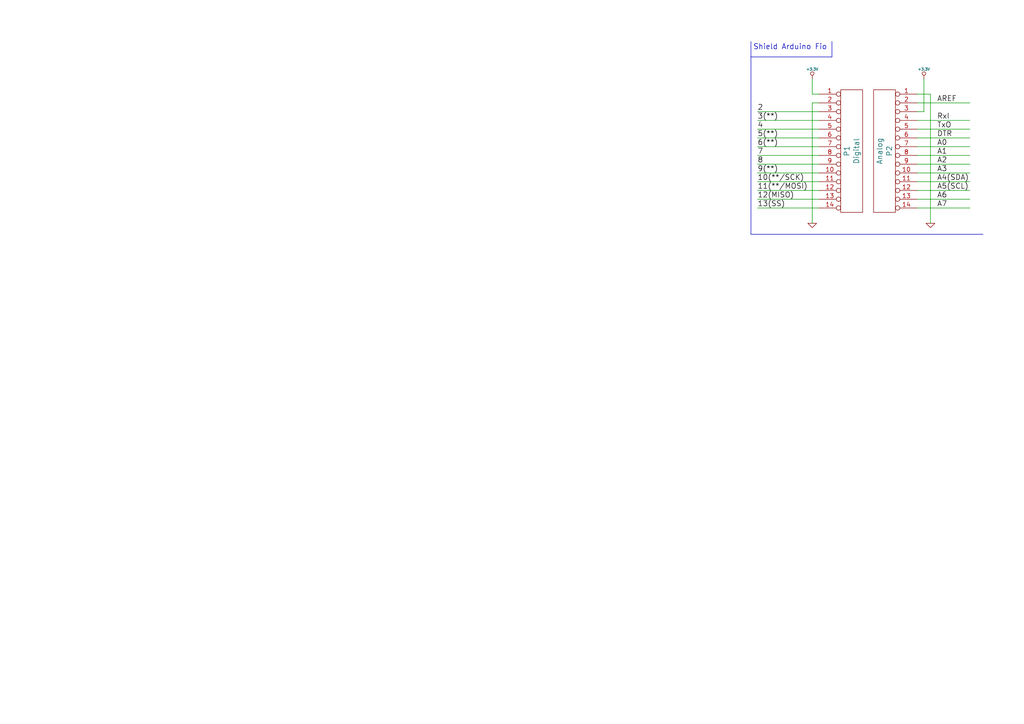
<source format=kicad_sch>
(kicad_sch (version 20230121) (generator eeschema)
  (paper "A4")
  (title_block (date "sam. 04 avril 2015"))
  (lib_symbols
    (symbol "Arduino_Fio-rescue:+3.3V" (power) (pin_names (offset 0))
      (property "Value" "+3.3V" (at 0 2.794 0))
      (symbol "+3.3V_0_0"
        (pin power_in line (at 0 0 90) (length 0) hide (name "+3.3V") (number "1"))
      )
      (symbol "+3.3V_0_1"
        (polyline (pts (xy 0 0) (xy 0 1.016) (xy 0 1.016)))
        (circle (center 0 1.524) (radius 0.508))
      )
    )
    (symbol "Arduino_Fio-rescue:CONN_14" (pin_names (offset 1.016) hide)
      (property "Reference" "P" (at -0.762 0 90))
      (property "Value" "CONN_14" (at 2.032 0 90))
      (symbol "CONN_14_0_1"
        (rectangle (start -2.54 17.78) (end 3.81 -17.78))
      )
      (symbol "CONN_14_1_1"
        (pin passive inverted (at -8.89 16.51 0) (length 6.35) (name "P1") (number "1"))
        (pin passive inverted (at -8.89 -6.35 0) (length 6.35) (name "P10") (number "10"))
        (pin passive inverted (at -8.89 -8.89 0) (length 6.35) (name "P11") (number "11"))
        (pin passive inverted (at -8.89 -11.43 0) (length 6.35) (name "P12") (number "12"))
        (pin passive inverted (at -8.89 -13.97 0) (length 6.35) (name "P13") (number "13"))
        (pin passive inverted (at -8.89 -16.51 0) (length 6.35) (name "P14") (number "14"))
        (pin passive inverted (at -8.89 13.97 0) (length 6.35) (name "P2") (number "2"))
        (pin passive inverted (at -8.89 11.43 0) (length 6.35) (name "P3") (number "3"))
        (pin passive inverted (at -8.89 8.89 0) (length 6.35) (name "P4") (number "4"))
        (pin passive inverted (at -8.89 6.35 0) (length 6.35) (name "P5") (number "5"))
        (pin passive inverted (at -8.89 3.81 0) (length 6.35) (name "P6") (number "6"))
        (pin passive inverted (at -8.89 1.27 0) (length 6.35) (name "P7") (number "7"))
        (pin passive inverted (at -8.89 -1.27 0) (length 6.35) (name "P8") (number "8"))
        (pin passive inverted (at -8.89 -3.81 0) (length 6.35) (name "P9") (number "9"))
      )
    )
    (symbol "Arduino_Fio-rescue:GND" (power) (pin_names (offset 0))
      (symbol "GND_0_1"
        (polyline (pts (xy -1.27 0) (xy 0 -1.27) (xy 1.27 0) (xy -1.27 0)))
      )
      (symbol "GND_1_1"
        (pin power_in line (at 0 0 90) (length 0) hide (name "GND") (number "1"))
      )
    )
  )
  (wire (pts (xy 269.875 27.305) (xy 269.875 64.77)))
  (wire (pts (xy 219.71 55.245) (xy 237.49 55.245)))
  (wire (pts (xy 266.065 42.545) (xy 281.305 42.545)))
  (wire (pts (xy 219.71 50.165) (xy 237.49 50.165)))
  (wire (pts (xy 266.065 29.845) (xy 281.305 29.845)))
  (wire (pts (xy 235.585 27.305) (xy 237.49 27.305)))
  (wire (pts (xy 219.71 57.785) (xy 237.49 57.785)))
  (wire (pts (xy 267.97 32.385) (xy 266.065 32.385)))
  (wire (pts (xy 219.71 45.085) (xy 237.49 45.085)))
  (wire (pts (xy 266.065 40.005) (xy 281.305 40.005)))
  (wire (pts (xy 235.585 22.86) (xy 235.585 27.305)))
  (wire (pts (xy 269.875 27.305) (xy 266.065 27.305)))
  (wire (pts (xy 219.71 52.705) (xy 237.49 52.705)))
  (wire (pts (xy 237.49 29.845) (xy 235.585 29.845)))
  (wire (pts (xy 266.065 60.325) (xy 281.305 60.325)))
  (polyline (pts (xy 217.805 16.51) (xy 241.3 16.51)))
  (wire (pts (xy 266.065 47.625) (xy 281.305 47.625)))
  (wire (pts (xy 235.585 29.845) (xy 235.585 64.77)))
  (wire (pts (xy 219.71 32.385) (xy 237.49 32.385)))
  (polyline (pts (xy 217.805 12.065) (xy 217.805 67.945)))
  (wire (pts (xy 266.065 34.925) (xy 281.305 34.925)))
  (wire (pts (xy 266.065 45.085) (xy 281.305 45.085)))
  (wire (pts (xy 219.71 47.625) (xy 237.49 47.625)))
  (wire (pts (xy 219.71 60.325) (xy 237.49 60.325)))
  (wire (pts (xy 267.97 22.86) (xy 267.97 32.385)))
  (wire (pts (xy 219.71 37.465) (xy 237.49 37.465)))
  (polyline (pts (xy 241.3 16.51) (xy 241.3 12.065)))
  (wire (pts (xy 266.065 37.465) (xy 281.305 37.465)))
  (wire (pts (xy 219.71 34.925) (xy 237.49 34.925)))
  (wire (pts (xy 266.065 55.245) (xy 281.305 55.245)))
  (wire (pts (xy 219.71 40.005) (xy 237.49 40.005)))
  (wire (pts (xy 266.065 57.785) (xy 281.305 57.785)))
  (wire (pts (xy 219.71 42.545) (xy 237.49 42.545)))
  (polyline (pts (xy 217.805 67.945) (xy 285.115 67.945)))
  (wire (pts (xy 266.065 52.705) (xy 281.305 52.705)))
  (wire (pts (xy 266.065 50.165) (xy 281.305 50.165)))
  (text "Shield Arduino Fio " (at 218.44 14.605 0) (effects (font (size 1.524 1.524)) (justify left bottom)))
  (label "7" (at 219.71 45.085 0) (effects (font (size 1.524 1.524))))
  (label "13(SS)" (at 219.71 60.325 0) (effects (font (size 1.524 1.524))))
  (label "5(**)" (at 219.71 40.005 0) (effects (font (size 1.524 1.524))))
  (label "TxO" (at 271.78 37.465 0) (effects (font (size 1.524 1.524))))
  (label "6(**)" (at 219.71 42.545 0) (effects (font (size 1.524 1.524))))
  (label "A5(SCL)" (at 271.78 55.245 0) (effects (font (size 1.524 1.524))))
  (label "9(**)" (at 219.71 50.165 0) (effects (font (size 1.524 1.524))))
  (label "AREF" (at 271.78 29.845 0) (effects (font (size 1.524 1.524))))
  (label "4" (at 219.71 37.465 0) (effects (font (size 1.524 1.524))))
  (label "2" (at 219.71 32.385 0) (effects (font (size 1.524 1.524))))
  (label "RxI" (at 271.78 34.925 0) (effects (font (size 1.524 1.524))))
  (label "A0" (at 271.78 42.545 0) (effects (font (size 1.524 1.524))))
  (label "11(**/MOSI)" (at 219.71 55.245 0) (effects (font (size 1.524 1.524))))
  (label "A1" (at 271.78 45.085 0) (effects (font (size 1.524 1.524))))
  (label "A6" (at 271.78 57.785 0) (effects (font (size 1.524 1.524))))
  (label "DTR" (at 271.78 40.005 0) (effects (font (size 1.524 1.524))))
  (label "A7" (at 271.78 60.325 0) (effects (font (size 1.524 1.524))))
  (label "A3" (at 271.78 50.165 0) (effects (font (size 1.524 1.524))))
  (label "A4(SDA)" (at 271.78 52.705 0) (effects (font (size 1.524 1.524))))
  (label "A2" (at 271.78 47.625 0) (effects (font (size 1.524 1.524))))
  (label "8" (at 219.71 47.625 0) (effects (font (size 1.524 1.524))))
  (label "3(**)" (at 219.71 34.925 0) (effects (font (size 1.524 1.524))))
  (label "10(**/SCK)" (at 219.71 52.705 0) (effects (font (size 1.524 1.524))))
  (label "12(MISO)" (at 219.71 57.785 0) (effects (font (size 1.524 1.524))))
  (symbol (lib_id "Arduino_Fio-rescue:CONN_14") (at 246.38 43.815 0) (unit 1)
    (property "Reference" "P1" (at 245.618 43.815 90) (effects (font (size 1.524 1.524))))
    (property "Value" "Digital" (at 248.412 43.815 90) (effects (font (size 1.524 1.524))))
    (property "Footprint" "Socket_Arduino_Fio:Socket_Strip_Straight_1x14" (effects hide))
  )
  (symbol (lib_id "Arduino_Fio-rescue:CONN_14") (at 257.175 43.815 0) (mirror y) (unit 1)
    (property "Reference" "P2" (at 257.937 43.815 90) (effects (font (size 1.524 1.524))))
    (property "Value" "Analog" (at 255.143 43.815 90) (effects (font (size 1.524 1.524))))
    (property "Footprint" "Socket_Arduino_Fio:Socket_Strip_Straight_1x14" (effects hide))
  )
  (symbol (lib_id "Arduino_Fio-rescue:GND") (at 235.585 64.77 0) (unit 1)
    (property "Reference" "#PWR01" (effects hide))
    (property "Value" "GND" (effects hide))
  )
  (symbol (lib_id "Arduino_Fio-rescue:GND") (at 269.875 64.77 0) (unit 1)
    (property "Reference" "#PWR02" (effects hide))
    (property "Value" "GND" (effects hide))
  )
  (symbol (lib_id "Arduino_Fio-rescue:+3.3V") (at 235.585 22.86 0) (unit 1)
    (property "Reference" "#PWR03" (effects hide))
    (property "Value" "+3.3V" (at 235.585 20.066 0) (effects (font (size 0.762 0.762))))
  )
  (symbol (lib_id "Arduino_Fio-rescue:+3.3V") (at 267.97 22.86 0) (unit 1)
    (property "Reference" "#PWR04" (effects hide))
    (property "Value" "+3.3V" (at 267.97 20.066 0) (effects (font (size 0.762 0.762))))
  )
)
</source>
